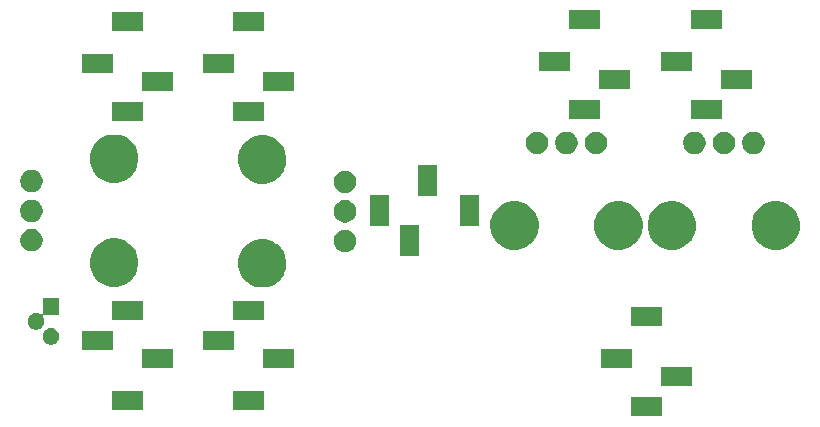
<source format=gbs>
G04 #@! TF.GenerationSoftware,KiCad,Pcbnew,(5.0.2)-1*
G04 #@! TF.CreationDate,2019-02-20T17:00:52+00:00*
G04 #@! TF.ProjectId,Modulator,4d6f6475-6c61-4746-9f72-2e6b69636164,rev?*
G04 #@! TF.SameCoordinates,Original*
G04 #@! TF.FileFunction,Soldermask,Bot*
G04 #@! TF.FilePolarity,Negative*
%FSLAX46Y46*%
G04 Gerber Fmt 4.6, Leading zero omitted, Abs format (unit mm)*
G04 Created by KiCad (PCBNEW (5.0.2)-1) date 20/02/2019 17:00:52*
%MOMM*%
%LPD*%
G01*
G04 APERTURE LIST*
%ADD10C,0.100000*%
G04 APERTURE END LIST*
D10*
G36*
X119284000Y-68873000D02*
X116682000Y-68873000D01*
X116682000Y-67271000D01*
X119284000Y-67271000D01*
X119284000Y-68873000D01*
X119284000Y-68873000D01*
G37*
G36*
X85629000Y-68365000D02*
X83027000Y-68365000D01*
X83027000Y-66763000D01*
X85629000Y-66763000D01*
X85629000Y-68365000D01*
X85629000Y-68365000D01*
G37*
G36*
X75342000Y-68365000D02*
X72740000Y-68365000D01*
X72740000Y-66763000D01*
X75342000Y-66763000D01*
X75342000Y-68365000D01*
X75342000Y-68365000D01*
G37*
G36*
X121824000Y-66333000D02*
X119222000Y-66333000D01*
X119222000Y-64731000D01*
X121824000Y-64731000D01*
X121824000Y-66333000D01*
X121824000Y-66333000D01*
G37*
G36*
X77882000Y-64809000D02*
X75280000Y-64809000D01*
X75280000Y-63207000D01*
X77882000Y-63207000D01*
X77882000Y-64809000D01*
X77882000Y-64809000D01*
G37*
G36*
X88169000Y-64809000D02*
X85567000Y-64809000D01*
X85567000Y-63207000D01*
X88169000Y-63207000D01*
X88169000Y-64809000D01*
X88169000Y-64809000D01*
G37*
G36*
X116744000Y-64809000D02*
X114142000Y-64809000D01*
X114142000Y-63207000D01*
X116744000Y-63207000D01*
X116744000Y-64809000D01*
X116744000Y-64809000D01*
G37*
G36*
X72802000Y-63285000D02*
X70200000Y-63285000D01*
X70200000Y-61683000D01*
X72802000Y-61683000D01*
X72802000Y-63285000D01*
X72802000Y-63285000D01*
G37*
G36*
X83089000Y-63285000D02*
X80487000Y-63285000D01*
X80487000Y-61683000D01*
X83089000Y-61683000D01*
X83089000Y-63285000D01*
X83089000Y-63285000D01*
G37*
G36*
X67768472Y-61428938D02*
X67896049Y-61481782D01*
X68010865Y-61558500D01*
X68108500Y-61656135D01*
X68185218Y-61770951D01*
X68238062Y-61898528D01*
X68265000Y-62033956D01*
X68265000Y-62172044D01*
X68238062Y-62307472D01*
X68185218Y-62435049D01*
X68108500Y-62549865D01*
X68010865Y-62647500D01*
X67896049Y-62724218D01*
X67768472Y-62777062D01*
X67633044Y-62804000D01*
X67494956Y-62804000D01*
X67359528Y-62777062D01*
X67231951Y-62724218D01*
X67117135Y-62647500D01*
X67019500Y-62549865D01*
X66942782Y-62435049D01*
X66889938Y-62307472D01*
X66863000Y-62172044D01*
X66863000Y-62033956D01*
X66889938Y-61898528D01*
X66942782Y-61770951D01*
X67019500Y-61656135D01*
X67117135Y-61558500D01*
X67231951Y-61481782D01*
X67359528Y-61428938D01*
X67494956Y-61402000D01*
X67633044Y-61402000D01*
X67768472Y-61428938D01*
X67768472Y-61428938D01*
G37*
G36*
X68265000Y-60264000D02*
X66990751Y-60264000D01*
X66966365Y-60266402D01*
X66942916Y-60273515D01*
X66921305Y-60285066D01*
X66902363Y-60300612D01*
X66886817Y-60319554D01*
X66875266Y-60341165D01*
X66868153Y-60364614D01*
X66865751Y-60389000D01*
X66868153Y-60413386D01*
X66875266Y-60436835D01*
X66886817Y-60458446D01*
X66915218Y-60500951D01*
X66968062Y-60628528D01*
X66995000Y-60763956D01*
X66995000Y-60902044D01*
X66968062Y-61037472D01*
X66915218Y-61165049D01*
X66838500Y-61279865D01*
X66740865Y-61377500D01*
X66626049Y-61454218D01*
X66498472Y-61507062D01*
X66363044Y-61534000D01*
X66224956Y-61534000D01*
X66089528Y-61507062D01*
X65961951Y-61454218D01*
X65847135Y-61377500D01*
X65749500Y-61279865D01*
X65672782Y-61165049D01*
X65619938Y-61037472D01*
X65593000Y-60902044D01*
X65593000Y-60763956D01*
X65619938Y-60628528D01*
X65672782Y-60500951D01*
X65749500Y-60386135D01*
X65847135Y-60288500D01*
X65961951Y-60211782D01*
X66089528Y-60158938D01*
X66224956Y-60132000D01*
X66363044Y-60132000D01*
X66498472Y-60158938D01*
X66626049Y-60211782D01*
X66668554Y-60240183D01*
X66690165Y-60251734D01*
X66713614Y-60258847D01*
X66738000Y-60261249D01*
X66762386Y-60258847D01*
X66785836Y-60251734D01*
X66807446Y-60240183D01*
X66826388Y-60224637D01*
X66841934Y-60205695D01*
X66853485Y-60184084D01*
X66860598Y-60160635D01*
X66863000Y-60136249D01*
X66863000Y-58862000D01*
X68265000Y-58862000D01*
X68265000Y-60264000D01*
X68265000Y-60264000D01*
G37*
G36*
X119284000Y-61253000D02*
X116682000Y-61253000D01*
X116682000Y-59651000D01*
X119284000Y-59651000D01*
X119284000Y-61253000D01*
X119284000Y-61253000D01*
G37*
G36*
X75342000Y-60745000D02*
X72740000Y-60745000D01*
X72740000Y-59143000D01*
X75342000Y-59143000D01*
X75342000Y-60745000D01*
X75342000Y-60745000D01*
G37*
G36*
X85629000Y-60745000D02*
X83027000Y-60745000D01*
X83027000Y-59143000D01*
X85629000Y-59143000D01*
X85629000Y-60745000D01*
X85629000Y-60745000D01*
G37*
G36*
X86054252Y-53949818D02*
X86054254Y-53949819D01*
X86054255Y-53949819D01*
X86427513Y-54104427D01*
X86648964Y-54252396D01*
X86763439Y-54328886D01*
X87049114Y-54614561D01*
X87049116Y-54614564D01*
X87273573Y-54950487D01*
X87282898Y-54973000D01*
X87428182Y-55323748D01*
X87507000Y-55719993D01*
X87507000Y-56124007D01*
X87437531Y-56473252D01*
X87428181Y-56520255D01*
X87273573Y-56893513D01*
X87273572Y-56893514D01*
X87049114Y-57229439D01*
X86763439Y-57515114D01*
X86763436Y-57515116D01*
X86427513Y-57739573D01*
X86054255Y-57894181D01*
X86054254Y-57894181D01*
X86054252Y-57894182D01*
X85658007Y-57973000D01*
X85253993Y-57973000D01*
X84857748Y-57894182D01*
X84857746Y-57894181D01*
X84857745Y-57894181D01*
X84484487Y-57739573D01*
X84148564Y-57515116D01*
X84148561Y-57515114D01*
X83862886Y-57229439D01*
X83638428Y-56893514D01*
X83638427Y-56893513D01*
X83483819Y-56520255D01*
X83474470Y-56473252D01*
X83405000Y-56124007D01*
X83405000Y-55719993D01*
X83483818Y-55323748D01*
X83629102Y-54973000D01*
X83638427Y-54950487D01*
X83862884Y-54614564D01*
X83862886Y-54614561D01*
X84148561Y-54328886D01*
X84263036Y-54252396D01*
X84484487Y-54104427D01*
X84857745Y-53949819D01*
X84857746Y-53949819D01*
X84857748Y-53949818D01*
X85253993Y-53871000D01*
X85658007Y-53871000D01*
X86054252Y-53949818D01*
X86054252Y-53949818D01*
G37*
G36*
X73511252Y-53902818D02*
X73511254Y-53902819D01*
X73511255Y-53902819D01*
X73884513Y-54057427D01*
X73971672Y-54115665D01*
X74220439Y-54281886D01*
X74506114Y-54567561D01*
X74506116Y-54567564D01*
X74730573Y-54903487D01*
X74759366Y-54973000D01*
X74885182Y-55276748D01*
X74964000Y-55672993D01*
X74964000Y-56077006D01*
X74885181Y-56473255D01*
X74730573Y-56846513D01*
X74699168Y-56893514D01*
X74506114Y-57182439D01*
X74220439Y-57468114D01*
X74220436Y-57468116D01*
X73884513Y-57692573D01*
X73511255Y-57847181D01*
X73511254Y-57847181D01*
X73511252Y-57847182D01*
X73115007Y-57926000D01*
X72710993Y-57926000D01*
X72314748Y-57847182D01*
X72314746Y-57847181D01*
X72314745Y-57847181D01*
X71941487Y-57692573D01*
X71605564Y-57468116D01*
X71605561Y-57468114D01*
X71319886Y-57182439D01*
X71126832Y-56893514D01*
X71095427Y-56846513D01*
X70940819Y-56473255D01*
X70862000Y-56077006D01*
X70862000Y-55672993D01*
X70940818Y-55276748D01*
X71066634Y-54973000D01*
X71095427Y-54903487D01*
X71319884Y-54567564D01*
X71319886Y-54567561D01*
X71605561Y-54281886D01*
X71854328Y-54115665D01*
X71941487Y-54057427D01*
X72314745Y-53902819D01*
X72314746Y-53902819D01*
X72314748Y-53902818D01*
X72710993Y-53824000D01*
X73115007Y-53824000D01*
X73511252Y-53902818D01*
X73511252Y-53902818D01*
G37*
G36*
X98718000Y-55276000D02*
X97116000Y-55276000D01*
X97116000Y-52674000D01*
X98718000Y-52674000D01*
X98718000Y-55276000D01*
X98718000Y-55276000D01*
G37*
G36*
X92733396Y-53107546D02*
X92906466Y-53179234D01*
X93062230Y-53283312D01*
X93194688Y-53415770D01*
X93298766Y-53571534D01*
X93370454Y-53744604D01*
X93407000Y-53928333D01*
X93407000Y-54115667D01*
X93370454Y-54299396D01*
X93298766Y-54472466D01*
X93194688Y-54628230D01*
X93062230Y-54760688D01*
X92906466Y-54864766D01*
X92733396Y-54936454D01*
X92549667Y-54973000D01*
X92362333Y-54973000D01*
X92178604Y-54936454D01*
X92005534Y-54864766D01*
X91849770Y-54760688D01*
X91717312Y-54628230D01*
X91613234Y-54472466D01*
X91541546Y-54299396D01*
X91505000Y-54115667D01*
X91505000Y-53928333D01*
X91541546Y-53744604D01*
X91613234Y-53571534D01*
X91717312Y-53415770D01*
X91849770Y-53283312D01*
X92005534Y-53179234D01*
X92178604Y-53107546D01*
X92362333Y-53071000D01*
X92549667Y-53071000D01*
X92733396Y-53107546D01*
X92733396Y-53107546D01*
G37*
G36*
X66190396Y-53060546D02*
X66363466Y-53132234D01*
X66519230Y-53236312D01*
X66651688Y-53368770D01*
X66755766Y-53524534D01*
X66827454Y-53697604D01*
X66864000Y-53881333D01*
X66864000Y-54068667D01*
X66827454Y-54252396D01*
X66755766Y-54425466D01*
X66651688Y-54581230D01*
X66519230Y-54713688D01*
X66363466Y-54817766D01*
X66190396Y-54889454D01*
X66006667Y-54926000D01*
X65819333Y-54926000D01*
X65635604Y-54889454D01*
X65462534Y-54817766D01*
X65306770Y-54713688D01*
X65174312Y-54581230D01*
X65070234Y-54425466D01*
X64998546Y-54252396D01*
X64962000Y-54068667D01*
X64962000Y-53881333D01*
X64998546Y-53697604D01*
X65070234Y-53524534D01*
X65174312Y-53368770D01*
X65306770Y-53236312D01*
X65462534Y-53132234D01*
X65635604Y-53060546D01*
X65819333Y-53024000D01*
X66006667Y-53024000D01*
X66190396Y-53060546D01*
X66190396Y-53060546D01*
G37*
G36*
X116210252Y-50747818D02*
X116210254Y-50747819D01*
X116210255Y-50747819D01*
X116583513Y-50902427D01*
X116836599Y-51071534D01*
X116919439Y-51126886D01*
X117205114Y-51412561D01*
X117205116Y-51412564D01*
X117429573Y-51748487D01*
X117522348Y-51972467D01*
X117584182Y-52121748D01*
X117663000Y-52517993D01*
X117663000Y-52922007D01*
X117635443Y-53060547D01*
X117584181Y-53318255D01*
X117429573Y-53691513D01*
X117271335Y-53928333D01*
X117205114Y-54027439D01*
X116919439Y-54313114D01*
X116919436Y-54313116D01*
X116583513Y-54537573D01*
X116210255Y-54692181D01*
X116210254Y-54692181D01*
X116210252Y-54692182D01*
X115814007Y-54771000D01*
X115409993Y-54771000D01*
X115013748Y-54692182D01*
X115013746Y-54692181D01*
X115013745Y-54692181D01*
X114640487Y-54537573D01*
X114304564Y-54313116D01*
X114304561Y-54313114D01*
X114018886Y-54027439D01*
X113952665Y-53928333D01*
X113794427Y-53691513D01*
X113639819Y-53318255D01*
X113588558Y-53060547D01*
X113561000Y-52922007D01*
X113561000Y-52517993D01*
X113639818Y-52121748D01*
X113701652Y-51972467D01*
X113794427Y-51748487D01*
X114018884Y-51412564D01*
X114018886Y-51412561D01*
X114304561Y-51126886D01*
X114387401Y-51071534D01*
X114640487Y-50902427D01*
X115013745Y-50747819D01*
X115013746Y-50747819D01*
X115013748Y-50747818D01*
X115409993Y-50669000D01*
X115814007Y-50669000D01*
X116210252Y-50747818D01*
X116210252Y-50747818D01*
G37*
G36*
X129545252Y-50747818D02*
X129545254Y-50747819D01*
X129545255Y-50747819D01*
X129918513Y-50902427D01*
X130171599Y-51071534D01*
X130254439Y-51126886D01*
X130540114Y-51412561D01*
X130540116Y-51412564D01*
X130764573Y-51748487D01*
X130857348Y-51972467D01*
X130919182Y-52121748D01*
X130998000Y-52517993D01*
X130998000Y-52922007D01*
X130970443Y-53060547D01*
X130919181Y-53318255D01*
X130764573Y-53691513D01*
X130606335Y-53928333D01*
X130540114Y-54027439D01*
X130254439Y-54313114D01*
X130254436Y-54313116D01*
X129918513Y-54537573D01*
X129545255Y-54692181D01*
X129545254Y-54692181D01*
X129545252Y-54692182D01*
X129149007Y-54771000D01*
X128744993Y-54771000D01*
X128348748Y-54692182D01*
X128348746Y-54692181D01*
X128348745Y-54692181D01*
X127975487Y-54537573D01*
X127639564Y-54313116D01*
X127639561Y-54313114D01*
X127353886Y-54027439D01*
X127287665Y-53928333D01*
X127129427Y-53691513D01*
X126974819Y-53318255D01*
X126923558Y-53060547D01*
X126896000Y-52922007D01*
X126896000Y-52517993D01*
X126974818Y-52121748D01*
X127036652Y-51972467D01*
X127129427Y-51748487D01*
X127353884Y-51412564D01*
X127353886Y-51412561D01*
X127639561Y-51126886D01*
X127722401Y-51071534D01*
X127975487Y-50902427D01*
X128348745Y-50747819D01*
X128348746Y-50747819D01*
X128348748Y-50747818D01*
X128744993Y-50669000D01*
X129149007Y-50669000D01*
X129545252Y-50747818D01*
X129545252Y-50747818D01*
G37*
G36*
X107410252Y-50747818D02*
X107410254Y-50747819D01*
X107410255Y-50747819D01*
X107783513Y-50902427D01*
X108036599Y-51071534D01*
X108119439Y-51126886D01*
X108405114Y-51412561D01*
X108405116Y-51412564D01*
X108629573Y-51748487D01*
X108722348Y-51972467D01*
X108784182Y-52121748D01*
X108863000Y-52517993D01*
X108863000Y-52922007D01*
X108835443Y-53060547D01*
X108784181Y-53318255D01*
X108629573Y-53691513D01*
X108471335Y-53928333D01*
X108405114Y-54027439D01*
X108119439Y-54313114D01*
X108119436Y-54313116D01*
X107783513Y-54537573D01*
X107410255Y-54692181D01*
X107410254Y-54692181D01*
X107410252Y-54692182D01*
X107014007Y-54771000D01*
X106609993Y-54771000D01*
X106213748Y-54692182D01*
X106213746Y-54692181D01*
X106213745Y-54692181D01*
X105840487Y-54537573D01*
X105504564Y-54313116D01*
X105504561Y-54313114D01*
X105218886Y-54027439D01*
X105152665Y-53928333D01*
X104994427Y-53691513D01*
X104839819Y-53318255D01*
X104788558Y-53060547D01*
X104761000Y-52922007D01*
X104761000Y-52517993D01*
X104839818Y-52121748D01*
X104901652Y-51972467D01*
X104994427Y-51748487D01*
X105218884Y-51412564D01*
X105218886Y-51412561D01*
X105504561Y-51126886D01*
X105587401Y-51071534D01*
X105840487Y-50902427D01*
X106213745Y-50747819D01*
X106213746Y-50747819D01*
X106213748Y-50747818D01*
X106609993Y-50669000D01*
X107014007Y-50669000D01*
X107410252Y-50747818D01*
X107410252Y-50747818D01*
G37*
G36*
X120745252Y-50747818D02*
X120745254Y-50747819D01*
X120745255Y-50747819D01*
X121118513Y-50902427D01*
X121371599Y-51071534D01*
X121454439Y-51126886D01*
X121740114Y-51412561D01*
X121740116Y-51412564D01*
X121964573Y-51748487D01*
X122057348Y-51972467D01*
X122119182Y-52121748D01*
X122198000Y-52517993D01*
X122198000Y-52922007D01*
X122170443Y-53060547D01*
X122119181Y-53318255D01*
X121964573Y-53691513D01*
X121806335Y-53928333D01*
X121740114Y-54027439D01*
X121454439Y-54313114D01*
X121454436Y-54313116D01*
X121118513Y-54537573D01*
X120745255Y-54692181D01*
X120745254Y-54692181D01*
X120745252Y-54692182D01*
X120349007Y-54771000D01*
X119944993Y-54771000D01*
X119548748Y-54692182D01*
X119548746Y-54692181D01*
X119548745Y-54692181D01*
X119175487Y-54537573D01*
X118839564Y-54313116D01*
X118839561Y-54313114D01*
X118553886Y-54027439D01*
X118487665Y-53928333D01*
X118329427Y-53691513D01*
X118174819Y-53318255D01*
X118123558Y-53060547D01*
X118096000Y-52922007D01*
X118096000Y-52517993D01*
X118174818Y-52121748D01*
X118236652Y-51972467D01*
X118329427Y-51748487D01*
X118553884Y-51412564D01*
X118553886Y-51412561D01*
X118839561Y-51126886D01*
X118922401Y-51071534D01*
X119175487Y-50902427D01*
X119548745Y-50747819D01*
X119548746Y-50747819D01*
X119548748Y-50747818D01*
X119944993Y-50669000D01*
X120349007Y-50669000D01*
X120745252Y-50747818D01*
X120745252Y-50747818D01*
G37*
G36*
X96178000Y-52736000D02*
X94576000Y-52736000D01*
X94576000Y-50134000D01*
X96178000Y-50134000D01*
X96178000Y-52736000D01*
X96178000Y-52736000D01*
G37*
G36*
X103798000Y-52736000D02*
X102196000Y-52736000D01*
X102196000Y-50134000D01*
X103798000Y-50134000D01*
X103798000Y-52736000D01*
X103798000Y-52736000D01*
G37*
G36*
X92733396Y-50607546D02*
X92906466Y-50679234D01*
X93062230Y-50783312D01*
X93194688Y-50915770D01*
X93298766Y-51071534D01*
X93370454Y-51244604D01*
X93407000Y-51428333D01*
X93407000Y-51615667D01*
X93370454Y-51799396D01*
X93298766Y-51972466D01*
X93194688Y-52128230D01*
X93062230Y-52260688D01*
X92906466Y-52364766D01*
X92733396Y-52436454D01*
X92549667Y-52473000D01*
X92362333Y-52473000D01*
X92178604Y-52436454D01*
X92005534Y-52364766D01*
X91849770Y-52260688D01*
X91717312Y-52128230D01*
X91613234Y-51972466D01*
X91541546Y-51799396D01*
X91505000Y-51615667D01*
X91505000Y-51428333D01*
X91541546Y-51244604D01*
X91613234Y-51071534D01*
X91717312Y-50915770D01*
X91849770Y-50783312D01*
X92005534Y-50679234D01*
X92178604Y-50607546D01*
X92362333Y-50571000D01*
X92549667Y-50571000D01*
X92733396Y-50607546D01*
X92733396Y-50607546D01*
G37*
G36*
X66190396Y-50560546D02*
X66363466Y-50632234D01*
X66519230Y-50736312D01*
X66651688Y-50868770D01*
X66755766Y-51024534D01*
X66827454Y-51197604D01*
X66864000Y-51381333D01*
X66864000Y-51568667D01*
X66827454Y-51752396D01*
X66755766Y-51925466D01*
X66651688Y-52081230D01*
X66519230Y-52213688D01*
X66363466Y-52317766D01*
X66190396Y-52389454D01*
X66006667Y-52426000D01*
X65819333Y-52426000D01*
X65635604Y-52389454D01*
X65462534Y-52317766D01*
X65306770Y-52213688D01*
X65174312Y-52081230D01*
X65070234Y-51925466D01*
X64998546Y-51752396D01*
X64962000Y-51568667D01*
X64962000Y-51381333D01*
X64998546Y-51197604D01*
X65070234Y-51024534D01*
X65174312Y-50868770D01*
X65306770Y-50736312D01*
X65462534Y-50632234D01*
X65635604Y-50560546D01*
X65819333Y-50524000D01*
X66006667Y-50524000D01*
X66190396Y-50560546D01*
X66190396Y-50560546D01*
G37*
G36*
X100242000Y-50196000D02*
X98640000Y-50196000D01*
X98640000Y-47594000D01*
X100242000Y-47594000D01*
X100242000Y-50196000D01*
X100242000Y-50196000D01*
G37*
G36*
X92733396Y-48107546D02*
X92906466Y-48179234D01*
X93062230Y-48283312D01*
X93194688Y-48415770D01*
X93298766Y-48571534D01*
X93370454Y-48744604D01*
X93407000Y-48928333D01*
X93407000Y-49115667D01*
X93370454Y-49299396D01*
X93298766Y-49472466D01*
X93194688Y-49628230D01*
X93062230Y-49760688D01*
X92906466Y-49864766D01*
X92733396Y-49936454D01*
X92549667Y-49973000D01*
X92362333Y-49973000D01*
X92178604Y-49936454D01*
X92005534Y-49864766D01*
X91849770Y-49760688D01*
X91717312Y-49628230D01*
X91613234Y-49472466D01*
X91541546Y-49299396D01*
X91505000Y-49115667D01*
X91505000Y-48928333D01*
X91541546Y-48744604D01*
X91613234Y-48571534D01*
X91717312Y-48415770D01*
X91849770Y-48283312D01*
X92005534Y-48179234D01*
X92178604Y-48107546D01*
X92362333Y-48071000D01*
X92549667Y-48071000D01*
X92733396Y-48107546D01*
X92733396Y-48107546D01*
G37*
G36*
X66190396Y-48060546D02*
X66363466Y-48132234D01*
X66519230Y-48236312D01*
X66651688Y-48368770D01*
X66755766Y-48524534D01*
X66827454Y-48697604D01*
X66864000Y-48881333D01*
X66864000Y-49068667D01*
X66827454Y-49252396D01*
X66755766Y-49425466D01*
X66651688Y-49581230D01*
X66519230Y-49713688D01*
X66363466Y-49817766D01*
X66190396Y-49889454D01*
X66006667Y-49926000D01*
X65819333Y-49926000D01*
X65635604Y-49889454D01*
X65462534Y-49817766D01*
X65306770Y-49713688D01*
X65174312Y-49581230D01*
X65070234Y-49425466D01*
X64998546Y-49252396D01*
X64962000Y-49068667D01*
X64962000Y-48881333D01*
X64998546Y-48697604D01*
X65070234Y-48524534D01*
X65174312Y-48368770D01*
X65306770Y-48236312D01*
X65462534Y-48132234D01*
X65635604Y-48060546D01*
X65819333Y-48024000D01*
X66006667Y-48024000D01*
X66190396Y-48060546D01*
X66190396Y-48060546D01*
G37*
G36*
X86054252Y-45149818D02*
X86054254Y-45149819D01*
X86054255Y-45149819D01*
X86427513Y-45304427D01*
X86427514Y-45304428D01*
X86763439Y-45528886D01*
X87049114Y-45814561D01*
X87049116Y-45814564D01*
X87273573Y-46150487D01*
X87401234Y-46458690D01*
X87428182Y-46523748D01*
X87507000Y-46919993D01*
X87507000Y-47324007D01*
X87437531Y-47673252D01*
X87428181Y-47720255D01*
X87273573Y-48093513D01*
X87146754Y-48283310D01*
X87049114Y-48429439D01*
X86763439Y-48715114D01*
X86763436Y-48715116D01*
X86427513Y-48939573D01*
X86054255Y-49094181D01*
X86054254Y-49094181D01*
X86054252Y-49094182D01*
X85658007Y-49173000D01*
X85253993Y-49173000D01*
X84857748Y-49094182D01*
X84857746Y-49094181D01*
X84857745Y-49094181D01*
X84484487Y-48939573D01*
X84148564Y-48715116D01*
X84148561Y-48715114D01*
X83862886Y-48429439D01*
X83765246Y-48283310D01*
X83638427Y-48093513D01*
X83483819Y-47720255D01*
X83474470Y-47673252D01*
X83405000Y-47324007D01*
X83405000Y-46919993D01*
X83483818Y-46523748D01*
X83510766Y-46458690D01*
X83638427Y-46150487D01*
X83862884Y-45814564D01*
X83862886Y-45814561D01*
X84148561Y-45528886D01*
X84484486Y-45304428D01*
X84484487Y-45304427D01*
X84857745Y-45149819D01*
X84857746Y-45149819D01*
X84857748Y-45149818D01*
X85253993Y-45071000D01*
X85658007Y-45071000D01*
X86054252Y-45149818D01*
X86054252Y-45149818D01*
G37*
G36*
X73511252Y-45102818D02*
X73511254Y-45102819D01*
X73511255Y-45102819D01*
X73884513Y-45257427D01*
X74161649Y-45442604D01*
X74220439Y-45481886D01*
X74506114Y-45767561D01*
X74506116Y-45767564D01*
X74730573Y-46103487D01*
X74877702Y-46458690D01*
X74885182Y-46476748D01*
X74923821Y-46671000D01*
X74964000Y-46872994D01*
X74964000Y-47277006D01*
X74885181Y-47673255D01*
X74730573Y-48046513D01*
X74699168Y-48093514D01*
X74506114Y-48382439D01*
X74220439Y-48668114D01*
X74220436Y-48668116D01*
X73884513Y-48892573D01*
X73511255Y-49047181D01*
X73511254Y-49047181D01*
X73511252Y-49047182D01*
X73115007Y-49126000D01*
X72710993Y-49126000D01*
X72314748Y-49047182D01*
X72314746Y-49047181D01*
X72314745Y-49047181D01*
X71941487Y-48892573D01*
X71605564Y-48668116D01*
X71605561Y-48668114D01*
X71319886Y-48382439D01*
X71126832Y-48093514D01*
X71095427Y-48046513D01*
X70940819Y-47673255D01*
X70862000Y-47277006D01*
X70862000Y-46872994D01*
X70902179Y-46671000D01*
X70940818Y-46476748D01*
X70948298Y-46458690D01*
X71095427Y-46103487D01*
X71319884Y-45767564D01*
X71319886Y-45767561D01*
X71605561Y-45481886D01*
X71664351Y-45442604D01*
X71941487Y-45257427D01*
X72314745Y-45102819D01*
X72314746Y-45102819D01*
X72314748Y-45102818D01*
X72710993Y-45024000D01*
X73115007Y-45024000D01*
X73511252Y-45102818D01*
X73511252Y-45102818D01*
G37*
G36*
X124824396Y-44805546D02*
X124997466Y-44877234D01*
X125153230Y-44981312D01*
X125285688Y-45113770D01*
X125389766Y-45269534D01*
X125461454Y-45442604D01*
X125498000Y-45626333D01*
X125498000Y-45813667D01*
X125461454Y-45997396D01*
X125389766Y-46170466D01*
X125285688Y-46326230D01*
X125153230Y-46458688D01*
X124997466Y-46562766D01*
X124824396Y-46634454D01*
X124640667Y-46671000D01*
X124453333Y-46671000D01*
X124269604Y-46634454D01*
X124096534Y-46562766D01*
X123940770Y-46458688D01*
X123808312Y-46326230D01*
X123704234Y-46170466D01*
X123632546Y-45997396D01*
X123596000Y-45813667D01*
X123596000Y-45626333D01*
X123632546Y-45442604D01*
X123704234Y-45269534D01*
X123808312Y-45113770D01*
X123940770Y-44981312D01*
X124096534Y-44877234D01*
X124269604Y-44805546D01*
X124453333Y-44769000D01*
X124640667Y-44769000D01*
X124824396Y-44805546D01*
X124824396Y-44805546D01*
G37*
G36*
X111489396Y-44805546D02*
X111662466Y-44877234D01*
X111818230Y-44981312D01*
X111950688Y-45113770D01*
X112054766Y-45269534D01*
X112126454Y-45442604D01*
X112163000Y-45626333D01*
X112163000Y-45813667D01*
X112126454Y-45997396D01*
X112054766Y-46170466D01*
X111950688Y-46326230D01*
X111818230Y-46458688D01*
X111662466Y-46562766D01*
X111489396Y-46634454D01*
X111305667Y-46671000D01*
X111118333Y-46671000D01*
X110934604Y-46634454D01*
X110761534Y-46562766D01*
X110605770Y-46458688D01*
X110473312Y-46326230D01*
X110369234Y-46170466D01*
X110297546Y-45997396D01*
X110261000Y-45813667D01*
X110261000Y-45626333D01*
X110297546Y-45442604D01*
X110369234Y-45269534D01*
X110473312Y-45113770D01*
X110605770Y-44981312D01*
X110761534Y-44877234D01*
X110934604Y-44805546D01*
X111118333Y-44769000D01*
X111305667Y-44769000D01*
X111489396Y-44805546D01*
X111489396Y-44805546D01*
G37*
G36*
X108989396Y-44805546D02*
X109162466Y-44877234D01*
X109318230Y-44981312D01*
X109450688Y-45113770D01*
X109554766Y-45269534D01*
X109626454Y-45442604D01*
X109663000Y-45626333D01*
X109663000Y-45813667D01*
X109626454Y-45997396D01*
X109554766Y-46170466D01*
X109450688Y-46326230D01*
X109318230Y-46458688D01*
X109162466Y-46562766D01*
X108989396Y-46634454D01*
X108805667Y-46671000D01*
X108618333Y-46671000D01*
X108434604Y-46634454D01*
X108261534Y-46562766D01*
X108105770Y-46458688D01*
X107973312Y-46326230D01*
X107869234Y-46170466D01*
X107797546Y-45997396D01*
X107761000Y-45813667D01*
X107761000Y-45626333D01*
X107797546Y-45442604D01*
X107869234Y-45269534D01*
X107973312Y-45113770D01*
X108105770Y-44981312D01*
X108261534Y-44877234D01*
X108434604Y-44805546D01*
X108618333Y-44769000D01*
X108805667Y-44769000D01*
X108989396Y-44805546D01*
X108989396Y-44805546D01*
G37*
G36*
X113989396Y-44805546D02*
X114162466Y-44877234D01*
X114318230Y-44981312D01*
X114450688Y-45113770D01*
X114554766Y-45269534D01*
X114626454Y-45442604D01*
X114663000Y-45626333D01*
X114663000Y-45813667D01*
X114626454Y-45997396D01*
X114554766Y-46170466D01*
X114450688Y-46326230D01*
X114318230Y-46458688D01*
X114162466Y-46562766D01*
X113989396Y-46634454D01*
X113805667Y-46671000D01*
X113618333Y-46671000D01*
X113434604Y-46634454D01*
X113261534Y-46562766D01*
X113105770Y-46458688D01*
X112973312Y-46326230D01*
X112869234Y-46170466D01*
X112797546Y-45997396D01*
X112761000Y-45813667D01*
X112761000Y-45626333D01*
X112797546Y-45442604D01*
X112869234Y-45269534D01*
X112973312Y-45113770D01*
X113105770Y-44981312D01*
X113261534Y-44877234D01*
X113434604Y-44805546D01*
X113618333Y-44769000D01*
X113805667Y-44769000D01*
X113989396Y-44805546D01*
X113989396Y-44805546D01*
G37*
G36*
X122324396Y-44805546D02*
X122497466Y-44877234D01*
X122653230Y-44981312D01*
X122785688Y-45113770D01*
X122889766Y-45269534D01*
X122961454Y-45442604D01*
X122998000Y-45626333D01*
X122998000Y-45813667D01*
X122961454Y-45997396D01*
X122889766Y-46170466D01*
X122785688Y-46326230D01*
X122653230Y-46458688D01*
X122497466Y-46562766D01*
X122324396Y-46634454D01*
X122140667Y-46671000D01*
X121953333Y-46671000D01*
X121769604Y-46634454D01*
X121596534Y-46562766D01*
X121440770Y-46458688D01*
X121308312Y-46326230D01*
X121204234Y-46170466D01*
X121132546Y-45997396D01*
X121096000Y-45813667D01*
X121096000Y-45626333D01*
X121132546Y-45442604D01*
X121204234Y-45269534D01*
X121308312Y-45113770D01*
X121440770Y-44981312D01*
X121596534Y-44877234D01*
X121769604Y-44805546D01*
X121953333Y-44769000D01*
X122140667Y-44769000D01*
X122324396Y-44805546D01*
X122324396Y-44805546D01*
G37*
G36*
X127324396Y-44805546D02*
X127497466Y-44877234D01*
X127653230Y-44981312D01*
X127785688Y-45113770D01*
X127889766Y-45269534D01*
X127961454Y-45442604D01*
X127998000Y-45626333D01*
X127998000Y-45813667D01*
X127961454Y-45997396D01*
X127889766Y-46170466D01*
X127785688Y-46326230D01*
X127653230Y-46458688D01*
X127497466Y-46562766D01*
X127324396Y-46634454D01*
X127140667Y-46671000D01*
X126953333Y-46671000D01*
X126769604Y-46634454D01*
X126596534Y-46562766D01*
X126440770Y-46458688D01*
X126308312Y-46326230D01*
X126204234Y-46170466D01*
X126132546Y-45997396D01*
X126096000Y-45813667D01*
X126096000Y-45626333D01*
X126132546Y-45442604D01*
X126204234Y-45269534D01*
X126308312Y-45113770D01*
X126440770Y-44981312D01*
X126596534Y-44877234D01*
X126769604Y-44805546D01*
X126953333Y-44769000D01*
X127140667Y-44769000D01*
X127324396Y-44805546D01*
X127324396Y-44805546D01*
G37*
G36*
X85629000Y-43854000D02*
X83027000Y-43854000D01*
X83027000Y-42252000D01*
X85629000Y-42252000D01*
X85629000Y-43854000D01*
X85629000Y-43854000D01*
G37*
G36*
X75342000Y-43854000D02*
X72740000Y-43854000D01*
X72740000Y-42252000D01*
X75342000Y-42252000D01*
X75342000Y-43854000D01*
X75342000Y-43854000D01*
G37*
G36*
X124364000Y-43727000D02*
X121762000Y-43727000D01*
X121762000Y-42125000D01*
X124364000Y-42125000D01*
X124364000Y-43727000D01*
X124364000Y-43727000D01*
G37*
G36*
X114077000Y-43727000D02*
X111475000Y-43727000D01*
X111475000Y-42125000D01*
X114077000Y-42125000D01*
X114077000Y-43727000D01*
X114077000Y-43727000D01*
G37*
G36*
X88169000Y-41314000D02*
X85567000Y-41314000D01*
X85567000Y-39712000D01*
X88169000Y-39712000D01*
X88169000Y-41314000D01*
X88169000Y-41314000D01*
G37*
G36*
X77882000Y-41314000D02*
X75280000Y-41314000D01*
X75280000Y-39712000D01*
X77882000Y-39712000D01*
X77882000Y-41314000D01*
X77882000Y-41314000D01*
G37*
G36*
X116617000Y-41187000D02*
X114015000Y-41187000D01*
X114015000Y-39585000D01*
X116617000Y-39585000D01*
X116617000Y-41187000D01*
X116617000Y-41187000D01*
G37*
G36*
X126904000Y-41187000D02*
X124302000Y-41187000D01*
X124302000Y-39585000D01*
X126904000Y-39585000D01*
X126904000Y-41187000D01*
X126904000Y-41187000D01*
G37*
G36*
X83089000Y-39790000D02*
X80487000Y-39790000D01*
X80487000Y-38188000D01*
X83089000Y-38188000D01*
X83089000Y-39790000D01*
X83089000Y-39790000D01*
G37*
G36*
X72802000Y-39790000D02*
X70200000Y-39790000D01*
X70200000Y-38188000D01*
X72802000Y-38188000D01*
X72802000Y-39790000D01*
X72802000Y-39790000D01*
G37*
G36*
X111537000Y-39663000D02*
X108935000Y-39663000D01*
X108935000Y-38061000D01*
X111537000Y-38061000D01*
X111537000Y-39663000D01*
X111537000Y-39663000D01*
G37*
G36*
X121824000Y-39663000D02*
X119222000Y-39663000D01*
X119222000Y-38061000D01*
X121824000Y-38061000D01*
X121824000Y-39663000D01*
X121824000Y-39663000D01*
G37*
G36*
X75342000Y-36234000D02*
X72740000Y-36234000D01*
X72740000Y-34632000D01*
X75342000Y-34632000D01*
X75342000Y-36234000D01*
X75342000Y-36234000D01*
G37*
G36*
X85629000Y-36234000D02*
X83027000Y-36234000D01*
X83027000Y-34632000D01*
X85629000Y-34632000D01*
X85629000Y-36234000D01*
X85629000Y-36234000D01*
G37*
G36*
X124364000Y-36107000D02*
X121762000Y-36107000D01*
X121762000Y-34505000D01*
X124364000Y-34505000D01*
X124364000Y-36107000D01*
X124364000Y-36107000D01*
G37*
G36*
X114077000Y-36107000D02*
X111475000Y-36107000D01*
X111475000Y-34505000D01*
X114077000Y-34505000D01*
X114077000Y-36107000D01*
X114077000Y-36107000D01*
G37*
M02*

</source>
